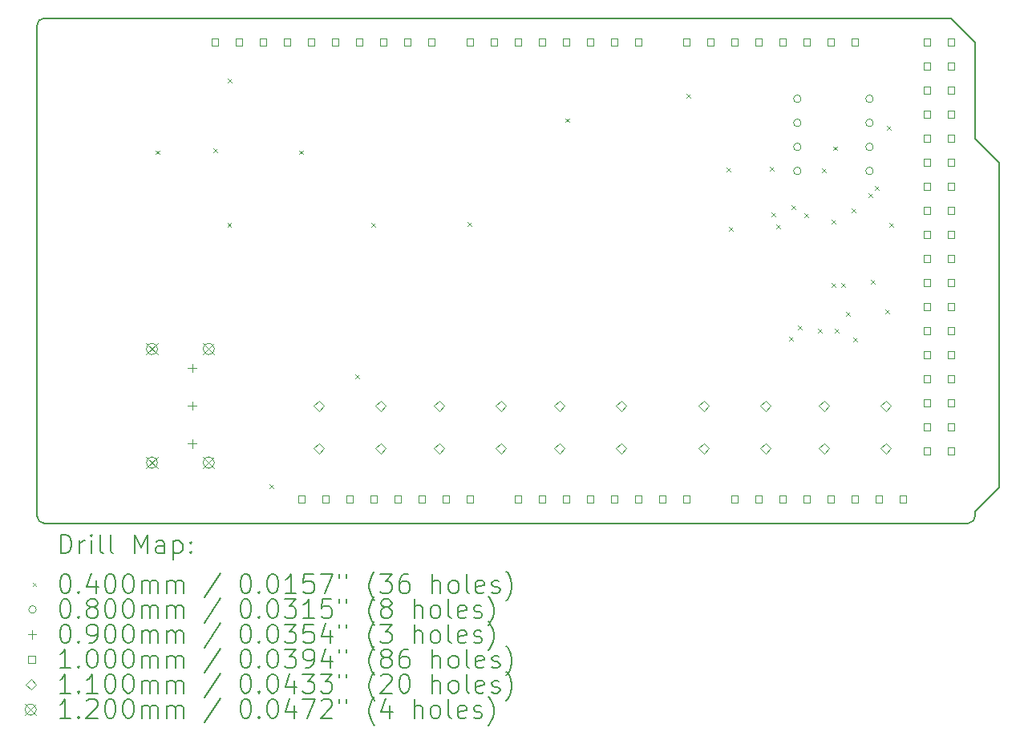
<source format=gbr>
%TF.GenerationSoftware,KiCad,Pcbnew,(6.0.7)*%
%TF.CreationDate,2022-10-21T14:37:02-04:00*%
%TF.ProjectId,dmgc-attiny-arduino-mega,646d6763-2d61-4747-9469-6e792d617264,rev?*%
%TF.SameCoordinates,Original*%
%TF.FileFunction,Drillmap*%
%TF.FilePolarity,Positive*%
%FSLAX45Y45*%
G04 Gerber Fmt 4.5, Leading zero omitted, Abs format (unit mm)*
G04 Created by KiCad (PCBNEW (6.0.7)) date 2022-10-21 14:37:02*
%MOMM*%
%LPD*%
G01*
G04 APERTURE LIST*
%ADD10C,0.150000*%
%ADD11C,0.200000*%
%ADD12C,0.040000*%
%ADD13C,0.080000*%
%ADD14C,0.090000*%
%ADD15C,0.100000*%
%ADD16C,0.110000*%
%ADD17C,0.120000*%
G04 APERTURE END LIST*
D10*
X19906000Y-5936000D02*
X20160000Y-6190000D01*
X10000000Y-9923800D02*
X10000000Y-4742200D01*
X20160000Y-6190000D02*
X20160000Y-9619000D01*
X19829800Y-10000000D02*
X10076200Y-10000000D01*
X10076200Y-4666000D02*
X19652000Y-4666000D01*
X10000000Y-9923800D02*
G75*
G03*
X10076200Y-10000000I76200J0D01*
G01*
X20160000Y-9619000D02*
X19906000Y-9873000D01*
X19652000Y-4666000D02*
X19906000Y-4920000D01*
X19829800Y-10000000D02*
G75*
G03*
X19906000Y-9923800I0J76200D01*
G01*
X19906000Y-4920000D02*
X19906000Y-5936000D01*
X19906000Y-9873000D02*
X19906000Y-9923800D01*
X10076200Y-4666000D02*
G75*
G03*
X10000000Y-4742200I0J-76200D01*
G01*
D11*
D12*
X11251176Y-6063142D02*
X11291176Y-6103142D01*
X11291176Y-6063142D02*
X11251176Y-6103142D01*
X11859600Y-6043000D02*
X11899600Y-6083000D01*
X11899600Y-6043000D02*
X11859600Y-6083000D01*
X12009754Y-6829480D02*
X12049754Y-6869480D01*
X12049754Y-6829480D02*
X12009754Y-6869480D01*
X12011694Y-5302624D02*
X12051694Y-5342624D01*
X12051694Y-5302624D02*
X12011694Y-5342624D01*
X12456500Y-9586300D02*
X12496500Y-9626300D01*
X12496500Y-9586300D02*
X12456500Y-9626300D01*
X12770272Y-6063142D02*
X12810272Y-6103142D01*
X12810272Y-6063142D02*
X12770272Y-6103142D01*
X13358200Y-8430600D02*
X13398200Y-8470600D01*
X13398200Y-8430600D02*
X13358200Y-8470600D01*
X13528850Y-6831420D02*
X13568850Y-6871420D01*
X13568850Y-6831420D02*
X13528850Y-6871420D01*
X14547401Y-6821720D02*
X14587401Y-6861720D01*
X14587401Y-6821720D02*
X14547401Y-6861720D01*
X15577593Y-5723625D02*
X15617593Y-5763625D01*
X15617593Y-5723625D02*
X15577593Y-5763625D01*
X16858057Y-5463652D02*
X16898057Y-5503652D01*
X16898057Y-5463652D02*
X16858057Y-5503652D01*
X17282500Y-6246200D02*
X17322500Y-6286200D01*
X17322500Y-6246200D02*
X17282500Y-6286200D01*
X17307900Y-6868500D02*
X17347900Y-6908500D01*
X17347900Y-6868500D02*
X17307900Y-6908500D01*
X17739700Y-6233500D02*
X17779700Y-6273500D01*
X17779700Y-6233500D02*
X17739700Y-6273500D01*
X17752400Y-6716100D02*
X17792400Y-6756100D01*
X17792400Y-6716100D02*
X17752400Y-6756100D01*
X17803200Y-6843100D02*
X17843200Y-6883100D01*
X17843200Y-6843100D02*
X17803200Y-6883100D01*
X17939200Y-8033200D02*
X17979200Y-8073200D01*
X17979200Y-8033200D02*
X17939200Y-8073200D01*
X17968300Y-6639900D02*
X18008300Y-6679900D01*
X18008300Y-6639900D02*
X17968300Y-6679900D01*
X18031800Y-7909900D02*
X18071800Y-7949900D01*
X18071800Y-7909900D02*
X18031800Y-7949900D01*
X18105050Y-6728800D02*
X18145050Y-6768800D01*
X18145050Y-6728800D02*
X18105050Y-6768800D01*
X18247700Y-7948000D02*
X18287700Y-7988000D01*
X18287700Y-7948000D02*
X18247700Y-7988000D01*
X18289320Y-6255380D02*
X18329320Y-6295380D01*
X18329320Y-6255380D02*
X18289320Y-6295380D01*
X18387546Y-6792300D02*
X18427546Y-6832300D01*
X18427546Y-6792300D02*
X18387546Y-6832300D01*
X18390439Y-7464241D02*
X18430439Y-7504241D01*
X18430439Y-7464241D02*
X18390439Y-7504241D01*
X18405697Y-6020897D02*
X18445697Y-6060897D01*
X18445697Y-6020897D02*
X18405697Y-6060897D01*
X18425500Y-7948000D02*
X18465500Y-7988000D01*
X18465500Y-7948000D02*
X18425500Y-7988000D01*
X18489000Y-7462850D02*
X18529000Y-7502850D01*
X18529000Y-7462850D02*
X18489000Y-7502850D01*
X18539800Y-7770200D02*
X18579800Y-7810200D01*
X18579800Y-7770200D02*
X18539800Y-7810200D01*
X18603300Y-6678000D02*
X18643300Y-6718000D01*
X18643300Y-6678000D02*
X18603300Y-6718000D01*
X18616000Y-8036900D02*
X18656000Y-8076900D01*
X18656000Y-8036900D02*
X18616000Y-8076900D01*
X18782150Y-6512900D02*
X18822150Y-6552900D01*
X18822150Y-6512900D02*
X18782150Y-6552900D01*
X18806500Y-7427300D02*
X18846500Y-7467300D01*
X18846500Y-7427300D02*
X18806500Y-7467300D01*
X18844600Y-6436700D02*
X18884600Y-6476700D01*
X18884600Y-6436700D02*
X18844600Y-6476700D01*
X18958900Y-7744800D02*
X18998900Y-7784800D01*
X18998900Y-7744800D02*
X18958900Y-7784800D01*
X18971600Y-5801700D02*
X19011600Y-5841700D01*
X19011600Y-5801700D02*
X18971600Y-5841700D01*
X18997000Y-6830400D02*
X19037000Y-6870400D01*
X19037000Y-6830400D02*
X18997000Y-6870400D01*
D13*
X18067400Y-5517900D02*
G75*
G03*
X18067400Y-5517900I-40000J0D01*
G01*
X18067400Y-5771900D02*
G75*
G03*
X18067400Y-5771900I-40000J0D01*
G01*
X18067400Y-6025900D02*
G75*
G03*
X18067400Y-6025900I-40000J0D01*
G01*
X18067400Y-6279900D02*
G75*
G03*
X18067400Y-6279900I-40000J0D01*
G01*
X18829400Y-5517900D02*
G75*
G03*
X18829400Y-5517900I-40000J0D01*
G01*
X18829400Y-5771900D02*
G75*
G03*
X18829400Y-5771900I-40000J0D01*
G01*
X18829400Y-6025900D02*
G75*
G03*
X18829400Y-6025900I-40000J0D01*
G01*
X18829400Y-6279900D02*
G75*
G03*
X18829400Y-6279900I-40000J0D01*
G01*
D14*
X11638150Y-8314650D02*
X11638150Y-8404650D01*
X11593150Y-8359650D02*
X11683150Y-8359650D01*
X11638150Y-8714650D02*
X11638150Y-8804650D01*
X11593150Y-8759650D02*
X11683150Y-8759650D01*
X11638150Y-9114650D02*
X11638150Y-9204650D01*
X11593150Y-9159650D02*
X11683150Y-9159650D01*
D15*
X11914956Y-4955356D02*
X11914956Y-4884644D01*
X11844244Y-4884644D01*
X11844244Y-4955356D01*
X11914956Y-4955356D01*
X12168956Y-4955356D02*
X12168956Y-4884644D01*
X12098244Y-4884644D01*
X12098244Y-4955356D01*
X12168956Y-4955356D01*
X12422956Y-4955356D02*
X12422956Y-4884644D01*
X12352244Y-4884644D01*
X12352244Y-4955356D01*
X12422956Y-4955356D01*
X12676956Y-4955356D02*
X12676956Y-4884644D01*
X12606244Y-4884644D01*
X12606244Y-4955356D01*
X12676956Y-4955356D01*
X12829356Y-9781356D02*
X12829356Y-9710644D01*
X12758644Y-9710644D01*
X12758644Y-9781356D01*
X12829356Y-9781356D01*
X12930956Y-4955356D02*
X12930956Y-4884644D01*
X12860244Y-4884644D01*
X12860244Y-4955356D01*
X12930956Y-4955356D01*
X13083356Y-9781356D02*
X13083356Y-9710644D01*
X13012644Y-9710644D01*
X13012644Y-9781356D01*
X13083356Y-9781356D01*
X13184956Y-4955356D02*
X13184956Y-4884644D01*
X13114244Y-4884644D01*
X13114244Y-4955356D01*
X13184956Y-4955356D01*
X13337356Y-9781356D02*
X13337356Y-9710644D01*
X13266644Y-9710644D01*
X13266644Y-9781356D01*
X13337356Y-9781356D01*
X13438956Y-4955356D02*
X13438956Y-4884644D01*
X13368244Y-4884644D01*
X13368244Y-4955356D01*
X13438956Y-4955356D01*
X13591356Y-9781356D02*
X13591356Y-9710644D01*
X13520644Y-9710644D01*
X13520644Y-9781356D01*
X13591356Y-9781356D01*
X13692956Y-4955356D02*
X13692956Y-4884644D01*
X13622244Y-4884644D01*
X13622244Y-4955356D01*
X13692956Y-4955356D01*
X13845356Y-9781356D02*
X13845356Y-9710644D01*
X13774644Y-9710644D01*
X13774644Y-9781356D01*
X13845356Y-9781356D01*
X13946956Y-4955356D02*
X13946956Y-4884644D01*
X13876244Y-4884644D01*
X13876244Y-4955356D01*
X13946956Y-4955356D01*
X14099356Y-9781356D02*
X14099356Y-9710644D01*
X14028644Y-9710644D01*
X14028644Y-9781356D01*
X14099356Y-9781356D01*
X14200956Y-4955356D02*
X14200956Y-4884644D01*
X14130244Y-4884644D01*
X14130244Y-4955356D01*
X14200956Y-4955356D01*
X14353356Y-9781356D02*
X14353356Y-9710644D01*
X14282644Y-9710644D01*
X14282644Y-9781356D01*
X14353356Y-9781356D01*
X14607356Y-4955356D02*
X14607356Y-4884644D01*
X14536644Y-4884644D01*
X14536644Y-4955356D01*
X14607356Y-4955356D01*
X14607356Y-9781356D02*
X14607356Y-9710644D01*
X14536644Y-9710644D01*
X14536644Y-9781356D01*
X14607356Y-9781356D01*
X14861356Y-4955356D02*
X14861356Y-4884644D01*
X14790644Y-4884644D01*
X14790644Y-4955356D01*
X14861356Y-4955356D01*
X15115356Y-4955356D02*
X15115356Y-4884644D01*
X15044644Y-4884644D01*
X15044644Y-4955356D01*
X15115356Y-4955356D01*
X15115356Y-9781356D02*
X15115356Y-9710644D01*
X15044644Y-9710644D01*
X15044644Y-9781356D01*
X15115356Y-9781356D01*
X15369356Y-4955356D02*
X15369356Y-4884644D01*
X15298644Y-4884644D01*
X15298644Y-4955356D01*
X15369356Y-4955356D01*
X15369356Y-9781356D02*
X15369356Y-9710644D01*
X15298644Y-9710644D01*
X15298644Y-9781356D01*
X15369356Y-9781356D01*
X15623356Y-4955356D02*
X15623356Y-4884644D01*
X15552644Y-4884644D01*
X15552644Y-4955356D01*
X15623356Y-4955356D01*
X15623356Y-9781356D02*
X15623356Y-9710644D01*
X15552644Y-9710644D01*
X15552644Y-9781356D01*
X15623356Y-9781356D01*
X15877356Y-4955356D02*
X15877356Y-4884644D01*
X15806644Y-4884644D01*
X15806644Y-4955356D01*
X15877356Y-4955356D01*
X15877356Y-9781356D02*
X15877356Y-9710644D01*
X15806644Y-9710644D01*
X15806644Y-9781356D01*
X15877356Y-9781356D01*
X16131356Y-4955356D02*
X16131356Y-4884644D01*
X16060644Y-4884644D01*
X16060644Y-4955356D01*
X16131356Y-4955356D01*
X16131356Y-9781356D02*
X16131356Y-9710644D01*
X16060644Y-9710644D01*
X16060644Y-9781356D01*
X16131356Y-9781356D01*
X16385356Y-4955356D02*
X16385356Y-4884644D01*
X16314644Y-4884644D01*
X16314644Y-4955356D01*
X16385356Y-4955356D01*
X16385356Y-9781356D02*
X16385356Y-9710644D01*
X16314644Y-9710644D01*
X16314644Y-9781356D01*
X16385356Y-9781356D01*
X16639356Y-9781356D02*
X16639356Y-9710644D01*
X16568644Y-9710644D01*
X16568644Y-9781356D01*
X16639356Y-9781356D01*
X16893356Y-4955356D02*
X16893356Y-4884644D01*
X16822644Y-4884644D01*
X16822644Y-4955356D01*
X16893356Y-4955356D01*
X16893356Y-9781356D02*
X16893356Y-9710644D01*
X16822644Y-9710644D01*
X16822644Y-9781356D01*
X16893356Y-9781356D01*
X17147356Y-4955356D02*
X17147356Y-4884644D01*
X17076644Y-4884644D01*
X17076644Y-4955356D01*
X17147356Y-4955356D01*
X17401356Y-4955356D02*
X17401356Y-4884644D01*
X17330644Y-4884644D01*
X17330644Y-4955356D01*
X17401356Y-4955356D01*
X17401356Y-9781356D02*
X17401356Y-9710644D01*
X17330644Y-9710644D01*
X17330644Y-9781356D01*
X17401356Y-9781356D01*
X17655356Y-4955356D02*
X17655356Y-4884644D01*
X17584644Y-4884644D01*
X17584644Y-4955356D01*
X17655356Y-4955356D01*
X17655356Y-9781356D02*
X17655356Y-9710644D01*
X17584644Y-9710644D01*
X17584644Y-9781356D01*
X17655356Y-9781356D01*
X17909356Y-4955356D02*
X17909356Y-4884644D01*
X17838644Y-4884644D01*
X17838644Y-4955356D01*
X17909356Y-4955356D01*
X17909356Y-9781356D02*
X17909356Y-9710644D01*
X17838644Y-9710644D01*
X17838644Y-9781356D01*
X17909356Y-9781356D01*
X18163356Y-4955356D02*
X18163356Y-4884644D01*
X18092644Y-4884644D01*
X18092644Y-4955356D01*
X18163356Y-4955356D01*
X18163356Y-9781356D02*
X18163356Y-9710644D01*
X18092644Y-9710644D01*
X18092644Y-9781356D01*
X18163356Y-9781356D01*
X18417356Y-4955356D02*
X18417356Y-4884644D01*
X18346644Y-4884644D01*
X18346644Y-4955356D01*
X18417356Y-4955356D01*
X18417356Y-9781356D02*
X18417356Y-9710644D01*
X18346644Y-9710644D01*
X18346644Y-9781356D01*
X18417356Y-9781356D01*
X18671356Y-4955356D02*
X18671356Y-4884644D01*
X18600644Y-4884644D01*
X18600644Y-4955356D01*
X18671356Y-4955356D01*
X18671356Y-9781356D02*
X18671356Y-9710644D01*
X18600644Y-9710644D01*
X18600644Y-9781356D01*
X18671356Y-9781356D01*
X18925356Y-9781356D02*
X18925356Y-9710644D01*
X18854644Y-9710644D01*
X18854644Y-9781356D01*
X18925356Y-9781356D01*
X19179356Y-9781356D02*
X19179356Y-9710644D01*
X19108644Y-9710644D01*
X19108644Y-9781356D01*
X19179356Y-9781356D01*
X19433356Y-4955356D02*
X19433356Y-4884644D01*
X19362644Y-4884644D01*
X19362644Y-4955356D01*
X19433356Y-4955356D01*
X19433356Y-5209356D02*
X19433356Y-5138644D01*
X19362644Y-5138644D01*
X19362644Y-5209356D01*
X19433356Y-5209356D01*
X19433356Y-5463356D02*
X19433356Y-5392644D01*
X19362644Y-5392644D01*
X19362644Y-5463356D01*
X19433356Y-5463356D01*
X19433356Y-5717356D02*
X19433356Y-5646644D01*
X19362644Y-5646644D01*
X19362644Y-5717356D01*
X19433356Y-5717356D01*
X19433356Y-5971356D02*
X19433356Y-5900644D01*
X19362644Y-5900644D01*
X19362644Y-5971356D01*
X19433356Y-5971356D01*
X19433356Y-6225356D02*
X19433356Y-6154644D01*
X19362644Y-6154644D01*
X19362644Y-6225356D01*
X19433356Y-6225356D01*
X19433356Y-6479356D02*
X19433356Y-6408644D01*
X19362644Y-6408644D01*
X19362644Y-6479356D01*
X19433356Y-6479356D01*
X19433356Y-6733356D02*
X19433356Y-6662644D01*
X19362644Y-6662644D01*
X19362644Y-6733356D01*
X19433356Y-6733356D01*
X19433356Y-6987356D02*
X19433356Y-6916644D01*
X19362644Y-6916644D01*
X19362644Y-6987356D01*
X19433356Y-6987356D01*
X19433356Y-7241356D02*
X19433356Y-7170644D01*
X19362644Y-7170644D01*
X19362644Y-7241356D01*
X19433356Y-7241356D01*
X19433356Y-7495356D02*
X19433356Y-7424644D01*
X19362644Y-7424644D01*
X19362644Y-7495356D01*
X19433356Y-7495356D01*
X19433356Y-7749356D02*
X19433356Y-7678644D01*
X19362644Y-7678644D01*
X19362644Y-7749356D01*
X19433356Y-7749356D01*
X19433356Y-8003356D02*
X19433356Y-7932644D01*
X19362644Y-7932644D01*
X19362644Y-8003356D01*
X19433356Y-8003356D01*
X19433356Y-8257356D02*
X19433356Y-8186644D01*
X19362644Y-8186644D01*
X19362644Y-8257356D01*
X19433356Y-8257356D01*
X19433356Y-8511356D02*
X19433356Y-8440644D01*
X19362644Y-8440644D01*
X19362644Y-8511356D01*
X19433356Y-8511356D01*
X19433356Y-8765356D02*
X19433356Y-8694644D01*
X19362644Y-8694644D01*
X19362644Y-8765356D01*
X19433356Y-8765356D01*
X19433356Y-9019356D02*
X19433356Y-8948644D01*
X19362644Y-8948644D01*
X19362644Y-9019356D01*
X19433356Y-9019356D01*
X19433356Y-9273356D02*
X19433356Y-9202644D01*
X19362644Y-9202644D01*
X19362644Y-9273356D01*
X19433356Y-9273356D01*
X19687356Y-4955356D02*
X19687356Y-4884644D01*
X19616644Y-4884644D01*
X19616644Y-4955356D01*
X19687356Y-4955356D01*
X19687356Y-5209356D02*
X19687356Y-5138644D01*
X19616644Y-5138644D01*
X19616644Y-5209356D01*
X19687356Y-5209356D01*
X19687356Y-5463356D02*
X19687356Y-5392644D01*
X19616644Y-5392644D01*
X19616644Y-5463356D01*
X19687356Y-5463356D01*
X19687356Y-5717356D02*
X19687356Y-5646644D01*
X19616644Y-5646644D01*
X19616644Y-5717356D01*
X19687356Y-5717356D01*
X19687356Y-5971356D02*
X19687356Y-5900644D01*
X19616644Y-5900644D01*
X19616644Y-5971356D01*
X19687356Y-5971356D01*
X19687356Y-6225356D02*
X19687356Y-6154644D01*
X19616644Y-6154644D01*
X19616644Y-6225356D01*
X19687356Y-6225356D01*
X19687356Y-6479356D02*
X19687356Y-6408644D01*
X19616644Y-6408644D01*
X19616644Y-6479356D01*
X19687356Y-6479356D01*
X19687356Y-6733356D02*
X19687356Y-6662644D01*
X19616644Y-6662644D01*
X19616644Y-6733356D01*
X19687356Y-6733356D01*
X19687356Y-6987356D02*
X19687356Y-6916644D01*
X19616644Y-6916644D01*
X19616644Y-6987356D01*
X19687356Y-6987356D01*
X19687356Y-7241356D02*
X19687356Y-7170644D01*
X19616644Y-7170644D01*
X19616644Y-7241356D01*
X19687356Y-7241356D01*
X19687356Y-7495356D02*
X19687356Y-7424644D01*
X19616644Y-7424644D01*
X19616644Y-7495356D01*
X19687356Y-7495356D01*
X19687356Y-7749356D02*
X19687356Y-7678644D01*
X19616644Y-7678644D01*
X19616644Y-7749356D01*
X19687356Y-7749356D01*
X19687356Y-8003356D02*
X19687356Y-7932644D01*
X19616644Y-7932644D01*
X19616644Y-8003356D01*
X19687356Y-8003356D01*
X19687356Y-8257356D02*
X19687356Y-8186644D01*
X19616644Y-8186644D01*
X19616644Y-8257356D01*
X19687356Y-8257356D01*
X19687356Y-8511356D02*
X19687356Y-8440644D01*
X19616644Y-8440644D01*
X19616644Y-8511356D01*
X19687356Y-8511356D01*
X19687356Y-8765356D02*
X19687356Y-8694644D01*
X19616644Y-8694644D01*
X19616644Y-8765356D01*
X19687356Y-8765356D01*
X19687356Y-9019356D02*
X19687356Y-8948644D01*
X19616644Y-8948644D01*
X19616644Y-9019356D01*
X19687356Y-9019356D01*
X19687356Y-9273356D02*
X19687356Y-9202644D01*
X19616644Y-9202644D01*
X19616644Y-9273356D01*
X19687356Y-9273356D01*
D16*
X12977000Y-8814000D02*
X13032000Y-8759000D01*
X12977000Y-8704000D01*
X12922000Y-8759000D01*
X12977000Y-8814000D01*
X12977000Y-9264000D02*
X13032000Y-9209000D01*
X12977000Y-9154000D01*
X12922000Y-9209000D01*
X12977000Y-9264000D01*
X13627000Y-8814000D02*
X13682000Y-8759000D01*
X13627000Y-8704000D01*
X13572000Y-8759000D01*
X13627000Y-8814000D01*
X13627000Y-9264000D02*
X13682000Y-9209000D01*
X13627000Y-9154000D01*
X13572000Y-9209000D01*
X13627000Y-9264000D01*
X14247000Y-8814000D02*
X14302000Y-8759000D01*
X14247000Y-8704000D01*
X14192000Y-8759000D01*
X14247000Y-8814000D01*
X14247000Y-9264000D02*
X14302000Y-9209000D01*
X14247000Y-9154000D01*
X14192000Y-9209000D01*
X14247000Y-9264000D01*
X14897000Y-8814000D02*
X14952000Y-8759000D01*
X14897000Y-8704000D01*
X14842000Y-8759000D01*
X14897000Y-8814000D01*
X14897000Y-9264000D02*
X14952000Y-9209000D01*
X14897000Y-9154000D01*
X14842000Y-9209000D01*
X14897000Y-9264000D01*
X15517000Y-8814000D02*
X15572000Y-8759000D01*
X15517000Y-8704000D01*
X15462000Y-8759000D01*
X15517000Y-8814000D01*
X15517000Y-9264000D02*
X15572000Y-9209000D01*
X15517000Y-9154000D01*
X15462000Y-9209000D01*
X15517000Y-9264000D01*
X16167000Y-8814000D02*
X16222000Y-8759000D01*
X16167000Y-8704000D01*
X16112000Y-8759000D01*
X16167000Y-8814000D01*
X16167000Y-9264000D02*
X16222000Y-9209000D01*
X16167000Y-9154000D01*
X16112000Y-9209000D01*
X16167000Y-9264000D01*
X17041000Y-8814000D02*
X17096000Y-8759000D01*
X17041000Y-8704000D01*
X16986000Y-8759000D01*
X17041000Y-8814000D01*
X17041000Y-9264000D02*
X17096000Y-9209000D01*
X17041000Y-9154000D01*
X16986000Y-9209000D01*
X17041000Y-9264000D01*
X17691000Y-8814000D02*
X17746000Y-8759000D01*
X17691000Y-8704000D01*
X17636000Y-8759000D01*
X17691000Y-8814000D01*
X17691000Y-9264000D02*
X17746000Y-9209000D01*
X17691000Y-9154000D01*
X17636000Y-9209000D01*
X17691000Y-9264000D01*
X18311000Y-8814000D02*
X18366000Y-8759000D01*
X18311000Y-8704000D01*
X18256000Y-8759000D01*
X18311000Y-8814000D01*
X18311000Y-9264000D02*
X18366000Y-9209000D01*
X18311000Y-9154000D01*
X18256000Y-9209000D01*
X18311000Y-9264000D01*
X18961000Y-8814000D02*
X19016000Y-8759000D01*
X18961000Y-8704000D01*
X18906000Y-8759000D01*
X18961000Y-8814000D01*
X18961000Y-9264000D02*
X19016000Y-9209000D01*
X18961000Y-9154000D01*
X18906000Y-9209000D01*
X18961000Y-9264000D01*
D17*
X11153150Y-8099650D02*
X11273150Y-8219650D01*
X11273150Y-8099650D02*
X11153150Y-8219650D01*
X11273150Y-8159650D02*
G75*
G03*
X11273150Y-8159650I-60000J0D01*
G01*
X11153150Y-9299650D02*
X11273150Y-9419650D01*
X11273150Y-9299650D02*
X11153150Y-9419650D01*
X11273150Y-9359650D02*
G75*
G03*
X11273150Y-9359650I-60000J0D01*
G01*
X11753150Y-8099650D02*
X11873150Y-8219650D01*
X11873150Y-8099650D02*
X11753150Y-8219650D01*
X11873150Y-8159650D02*
G75*
G03*
X11873150Y-8159650I-60000J0D01*
G01*
X11753150Y-9299650D02*
X11873150Y-9419650D01*
X11873150Y-9299650D02*
X11753150Y-9419650D01*
X11873150Y-9359650D02*
G75*
G03*
X11873150Y-9359650I-60000J0D01*
G01*
D11*
X10250119Y-10317976D02*
X10250119Y-10117976D01*
X10297738Y-10117976D01*
X10326310Y-10127500D01*
X10345357Y-10146548D01*
X10354881Y-10165595D01*
X10364405Y-10203690D01*
X10364405Y-10232262D01*
X10354881Y-10270357D01*
X10345357Y-10289405D01*
X10326310Y-10308452D01*
X10297738Y-10317976D01*
X10250119Y-10317976D01*
X10450119Y-10317976D02*
X10450119Y-10184643D01*
X10450119Y-10222738D02*
X10459643Y-10203690D01*
X10469167Y-10194167D01*
X10488214Y-10184643D01*
X10507262Y-10184643D01*
X10573929Y-10317976D02*
X10573929Y-10184643D01*
X10573929Y-10117976D02*
X10564405Y-10127500D01*
X10573929Y-10137024D01*
X10583452Y-10127500D01*
X10573929Y-10117976D01*
X10573929Y-10137024D01*
X10697738Y-10317976D02*
X10678690Y-10308452D01*
X10669167Y-10289405D01*
X10669167Y-10117976D01*
X10802500Y-10317976D02*
X10783452Y-10308452D01*
X10773929Y-10289405D01*
X10773929Y-10117976D01*
X11031071Y-10317976D02*
X11031071Y-10117976D01*
X11097738Y-10260833D01*
X11164405Y-10117976D01*
X11164405Y-10317976D01*
X11345357Y-10317976D02*
X11345357Y-10213214D01*
X11335833Y-10194167D01*
X11316786Y-10184643D01*
X11278690Y-10184643D01*
X11259643Y-10194167D01*
X11345357Y-10308452D02*
X11326309Y-10317976D01*
X11278690Y-10317976D01*
X11259643Y-10308452D01*
X11250119Y-10289405D01*
X11250119Y-10270357D01*
X11259643Y-10251310D01*
X11278690Y-10241786D01*
X11326309Y-10241786D01*
X11345357Y-10232262D01*
X11440595Y-10184643D02*
X11440595Y-10384643D01*
X11440595Y-10194167D02*
X11459643Y-10184643D01*
X11497738Y-10184643D01*
X11516786Y-10194167D01*
X11526309Y-10203690D01*
X11535833Y-10222738D01*
X11535833Y-10279881D01*
X11526309Y-10298929D01*
X11516786Y-10308452D01*
X11497738Y-10317976D01*
X11459643Y-10317976D01*
X11440595Y-10308452D01*
X11621548Y-10298929D02*
X11631071Y-10308452D01*
X11621548Y-10317976D01*
X11612024Y-10308452D01*
X11621548Y-10298929D01*
X11621548Y-10317976D01*
X11621548Y-10194167D02*
X11631071Y-10203690D01*
X11621548Y-10213214D01*
X11612024Y-10203690D01*
X11621548Y-10194167D01*
X11621548Y-10213214D01*
D12*
X9952500Y-10627500D02*
X9992500Y-10667500D01*
X9992500Y-10627500D02*
X9952500Y-10667500D01*
D11*
X10288214Y-10537976D02*
X10307262Y-10537976D01*
X10326310Y-10547500D01*
X10335833Y-10557024D01*
X10345357Y-10576071D01*
X10354881Y-10614167D01*
X10354881Y-10661786D01*
X10345357Y-10699881D01*
X10335833Y-10718929D01*
X10326310Y-10728452D01*
X10307262Y-10737976D01*
X10288214Y-10737976D01*
X10269167Y-10728452D01*
X10259643Y-10718929D01*
X10250119Y-10699881D01*
X10240595Y-10661786D01*
X10240595Y-10614167D01*
X10250119Y-10576071D01*
X10259643Y-10557024D01*
X10269167Y-10547500D01*
X10288214Y-10537976D01*
X10440595Y-10718929D02*
X10450119Y-10728452D01*
X10440595Y-10737976D01*
X10431071Y-10728452D01*
X10440595Y-10718929D01*
X10440595Y-10737976D01*
X10621548Y-10604643D02*
X10621548Y-10737976D01*
X10573929Y-10528452D02*
X10526310Y-10671310D01*
X10650119Y-10671310D01*
X10764405Y-10537976D02*
X10783452Y-10537976D01*
X10802500Y-10547500D01*
X10812024Y-10557024D01*
X10821548Y-10576071D01*
X10831071Y-10614167D01*
X10831071Y-10661786D01*
X10821548Y-10699881D01*
X10812024Y-10718929D01*
X10802500Y-10728452D01*
X10783452Y-10737976D01*
X10764405Y-10737976D01*
X10745357Y-10728452D01*
X10735833Y-10718929D01*
X10726310Y-10699881D01*
X10716786Y-10661786D01*
X10716786Y-10614167D01*
X10726310Y-10576071D01*
X10735833Y-10557024D01*
X10745357Y-10547500D01*
X10764405Y-10537976D01*
X10954881Y-10537976D02*
X10973929Y-10537976D01*
X10992976Y-10547500D01*
X11002500Y-10557024D01*
X11012024Y-10576071D01*
X11021548Y-10614167D01*
X11021548Y-10661786D01*
X11012024Y-10699881D01*
X11002500Y-10718929D01*
X10992976Y-10728452D01*
X10973929Y-10737976D01*
X10954881Y-10737976D01*
X10935833Y-10728452D01*
X10926310Y-10718929D01*
X10916786Y-10699881D01*
X10907262Y-10661786D01*
X10907262Y-10614167D01*
X10916786Y-10576071D01*
X10926310Y-10557024D01*
X10935833Y-10547500D01*
X10954881Y-10537976D01*
X11107262Y-10737976D02*
X11107262Y-10604643D01*
X11107262Y-10623690D02*
X11116786Y-10614167D01*
X11135833Y-10604643D01*
X11164405Y-10604643D01*
X11183452Y-10614167D01*
X11192976Y-10633214D01*
X11192976Y-10737976D01*
X11192976Y-10633214D02*
X11202500Y-10614167D01*
X11221548Y-10604643D01*
X11250119Y-10604643D01*
X11269167Y-10614167D01*
X11278690Y-10633214D01*
X11278690Y-10737976D01*
X11373928Y-10737976D02*
X11373928Y-10604643D01*
X11373928Y-10623690D02*
X11383452Y-10614167D01*
X11402500Y-10604643D01*
X11431071Y-10604643D01*
X11450119Y-10614167D01*
X11459643Y-10633214D01*
X11459643Y-10737976D01*
X11459643Y-10633214D02*
X11469167Y-10614167D01*
X11488214Y-10604643D01*
X11516786Y-10604643D01*
X11535833Y-10614167D01*
X11545357Y-10633214D01*
X11545357Y-10737976D01*
X11935833Y-10528452D02*
X11764405Y-10785595D01*
X12192976Y-10537976D02*
X12212024Y-10537976D01*
X12231071Y-10547500D01*
X12240595Y-10557024D01*
X12250119Y-10576071D01*
X12259643Y-10614167D01*
X12259643Y-10661786D01*
X12250119Y-10699881D01*
X12240595Y-10718929D01*
X12231071Y-10728452D01*
X12212024Y-10737976D01*
X12192976Y-10737976D01*
X12173928Y-10728452D01*
X12164405Y-10718929D01*
X12154881Y-10699881D01*
X12145357Y-10661786D01*
X12145357Y-10614167D01*
X12154881Y-10576071D01*
X12164405Y-10557024D01*
X12173928Y-10547500D01*
X12192976Y-10537976D01*
X12345357Y-10718929D02*
X12354881Y-10728452D01*
X12345357Y-10737976D01*
X12335833Y-10728452D01*
X12345357Y-10718929D01*
X12345357Y-10737976D01*
X12478690Y-10537976D02*
X12497738Y-10537976D01*
X12516786Y-10547500D01*
X12526309Y-10557024D01*
X12535833Y-10576071D01*
X12545357Y-10614167D01*
X12545357Y-10661786D01*
X12535833Y-10699881D01*
X12526309Y-10718929D01*
X12516786Y-10728452D01*
X12497738Y-10737976D01*
X12478690Y-10737976D01*
X12459643Y-10728452D01*
X12450119Y-10718929D01*
X12440595Y-10699881D01*
X12431071Y-10661786D01*
X12431071Y-10614167D01*
X12440595Y-10576071D01*
X12450119Y-10557024D01*
X12459643Y-10547500D01*
X12478690Y-10537976D01*
X12735833Y-10737976D02*
X12621548Y-10737976D01*
X12678690Y-10737976D02*
X12678690Y-10537976D01*
X12659643Y-10566548D01*
X12640595Y-10585595D01*
X12621548Y-10595119D01*
X12916786Y-10537976D02*
X12821548Y-10537976D01*
X12812024Y-10633214D01*
X12821548Y-10623690D01*
X12840595Y-10614167D01*
X12888214Y-10614167D01*
X12907262Y-10623690D01*
X12916786Y-10633214D01*
X12926309Y-10652262D01*
X12926309Y-10699881D01*
X12916786Y-10718929D01*
X12907262Y-10728452D01*
X12888214Y-10737976D01*
X12840595Y-10737976D01*
X12821548Y-10728452D01*
X12812024Y-10718929D01*
X12992976Y-10537976D02*
X13126309Y-10537976D01*
X13040595Y-10737976D01*
X13192976Y-10537976D02*
X13192976Y-10576071D01*
X13269167Y-10537976D02*
X13269167Y-10576071D01*
X13564405Y-10814167D02*
X13554881Y-10804643D01*
X13535833Y-10776071D01*
X13526309Y-10757024D01*
X13516786Y-10728452D01*
X13507262Y-10680833D01*
X13507262Y-10642738D01*
X13516786Y-10595119D01*
X13526309Y-10566548D01*
X13535833Y-10547500D01*
X13554881Y-10518929D01*
X13564405Y-10509405D01*
X13621548Y-10537976D02*
X13745357Y-10537976D01*
X13678690Y-10614167D01*
X13707262Y-10614167D01*
X13726309Y-10623690D01*
X13735833Y-10633214D01*
X13745357Y-10652262D01*
X13745357Y-10699881D01*
X13735833Y-10718929D01*
X13726309Y-10728452D01*
X13707262Y-10737976D01*
X13650119Y-10737976D01*
X13631071Y-10728452D01*
X13621548Y-10718929D01*
X13916786Y-10537976D02*
X13878690Y-10537976D01*
X13859643Y-10547500D01*
X13850119Y-10557024D01*
X13831071Y-10585595D01*
X13821548Y-10623690D01*
X13821548Y-10699881D01*
X13831071Y-10718929D01*
X13840595Y-10728452D01*
X13859643Y-10737976D01*
X13897738Y-10737976D01*
X13916786Y-10728452D01*
X13926309Y-10718929D01*
X13935833Y-10699881D01*
X13935833Y-10652262D01*
X13926309Y-10633214D01*
X13916786Y-10623690D01*
X13897738Y-10614167D01*
X13859643Y-10614167D01*
X13840595Y-10623690D01*
X13831071Y-10633214D01*
X13821548Y-10652262D01*
X14173928Y-10737976D02*
X14173928Y-10537976D01*
X14259643Y-10737976D02*
X14259643Y-10633214D01*
X14250119Y-10614167D01*
X14231071Y-10604643D01*
X14202500Y-10604643D01*
X14183452Y-10614167D01*
X14173928Y-10623690D01*
X14383452Y-10737976D02*
X14364405Y-10728452D01*
X14354881Y-10718929D01*
X14345357Y-10699881D01*
X14345357Y-10642738D01*
X14354881Y-10623690D01*
X14364405Y-10614167D01*
X14383452Y-10604643D01*
X14412024Y-10604643D01*
X14431071Y-10614167D01*
X14440595Y-10623690D01*
X14450119Y-10642738D01*
X14450119Y-10699881D01*
X14440595Y-10718929D01*
X14431071Y-10728452D01*
X14412024Y-10737976D01*
X14383452Y-10737976D01*
X14564405Y-10737976D02*
X14545357Y-10728452D01*
X14535833Y-10709405D01*
X14535833Y-10537976D01*
X14716786Y-10728452D02*
X14697738Y-10737976D01*
X14659643Y-10737976D01*
X14640595Y-10728452D01*
X14631071Y-10709405D01*
X14631071Y-10633214D01*
X14640595Y-10614167D01*
X14659643Y-10604643D01*
X14697738Y-10604643D01*
X14716786Y-10614167D01*
X14726309Y-10633214D01*
X14726309Y-10652262D01*
X14631071Y-10671310D01*
X14802500Y-10728452D02*
X14821548Y-10737976D01*
X14859643Y-10737976D01*
X14878690Y-10728452D01*
X14888214Y-10709405D01*
X14888214Y-10699881D01*
X14878690Y-10680833D01*
X14859643Y-10671310D01*
X14831071Y-10671310D01*
X14812024Y-10661786D01*
X14802500Y-10642738D01*
X14802500Y-10633214D01*
X14812024Y-10614167D01*
X14831071Y-10604643D01*
X14859643Y-10604643D01*
X14878690Y-10614167D01*
X14954881Y-10814167D02*
X14964405Y-10804643D01*
X14983452Y-10776071D01*
X14992976Y-10757024D01*
X15002500Y-10728452D01*
X15012024Y-10680833D01*
X15012024Y-10642738D01*
X15002500Y-10595119D01*
X14992976Y-10566548D01*
X14983452Y-10547500D01*
X14964405Y-10518929D01*
X14954881Y-10509405D01*
D13*
X9992500Y-10911500D02*
G75*
G03*
X9992500Y-10911500I-40000J0D01*
G01*
D11*
X10288214Y-10801976D02*
X10307262Y-10801976D01*
X10326310Y-10811500D01*
X10335833Y-10821024D01*
X10345357Y-10840071D01*
X10354881Y-10878167D01*
X10354881Y-10925786D01*
X10345357Y-10963881D01*
X10335833Y-10982929D01*
X10326310Y-10992452D01*
X10307262Y-11001976D01*
X10288214Y-11001976D01*
X10269167Y-10992452D01*
X10259643Y-10982929D01*
X10250119Y-10963881D01*
X10240595Y-10925786D01*
X10240595Y-10878167D01*
X10250119Y-10840071D01*
X10259643Y-10821024D01*
X10269167Y-10811500D01*
X10288214Y-10801976D01*
X10440595Y-10982929D02*
X10450119Y-10992452D01*
X10440595Y-11001976D01*
X10431071Y-10992452D01*
X10440595Y-10982929D01*
X10440595Y-11001976D01*
X10564405Y-10887690D02*
X10545357Y-10878167D01*
X10535833Y-10868643D01*
X10526310Y-10849595D01*
X10526310Y-10840071D01*
X10535833Y-10821024D01*
X10545357Y-10811500D01*
X10564405Y-10801976D01*
X10602500Y-10801976D01*
X10621548Y-10811500D01*
X10631071Y-10821024D01*
X10640595Y-10840071D01*
X10640595Y-10849595D01*
X10631071Y-10868643D01*
X10621548Y-10878167D01*
X10602500Y-10887690D01*
X10564405Y-10887690D01*
X10545357Y-10897214D01*
X10535833Y-10906738D01*
X10526310Y-10925786D01*
X10526310Y-10963881D01*
X10535833Y-10982929D01*
X10545357Y-10992452D01*
X10564405Y-11001976D01*
X10602500Y-11001976D01*
X10621548Y-10992452D01*
X10631071Y-10982929D01*
X10640595Y-10963881D01*
X10640595Y-10925786D01*
X10631071Y-10906738D01*
X10621548Y-10897214D01*
X10602500Y-10887690D01*
X10764405Y-10801976D02*
X10783452Y-10801976D01*
X10802500Y-10811500D01*
X10812024Y-10821024D01*
X10821548Y-10840071D01*
X10831071Y-10878167D01*
X10831071Y-10925786D01*
X10821548Y-10963881D01*
X10812024Y-10982929D01*
X10802500Y-10992452D01*
X10783452Y-11001976D01*
X10764405Y-11001976D01*
X10745357Y-10992452D01*
X10735833Y-10982929D01*
X10726310Y-10963881D01*
X10716786Y-10925786D01*
X10716786Y-10878167D01*
X10726310Y-10840071D01*
X10735833Y-10821024D01*
X10745357Y-10811500D01*
X10764405Y-10801976D01*
X10954881Y-10801976D02*
X10973929Y-10801976D01*
X10992976Y-10811500D01*
X11002500Y-10821024D01*
X11012024Y-10840071D01*
X11021548Y-10878167D01*
X11021548Y-10925786D01*
X11012024Y-10963881D01*
X11002500Y-10982929D01*
X10992976Y-10992452D01*
X10973929Y-11001976D01*
X10954881Y-11001976D01*
X10935833Y-10992452D01*
X10926310Y-10982929D01*
X10916786Y-10963881D01*
X10907262Y-10925786D01*
X10907262Y-10878167D01*
X10916786Y-10840071D01*
X10926310Y-10821024D01*
X10935833Y-10811500D01*
X10954881Y-10801976D01*
X11107262Y-11001976D02*
X11107262Y-10868643D01*
X11107262Y-10887690D02*
X11116786Y-10878167D01*
X11135833Y-10868643D01*
X11164405Y-10868643D01*
X11183452Y-10878167D01*
X11192976Y-10897214D01*
X11192976Y-11001976D01*
X11192976Y-10897214D02*
X11202500Y-10878167D01*
X11221548Y-10868643D01*
X11250119Y-10868643D01*
X11269167Y-10878167D01*
X11278690Y-10897214D01*
X11278690Y-11001976D01*
X11373928Y-11001976D02*
X11373928Y-10868643D01*
X11373928Y-10887690D02*
X11383452Y-10878167D01*
X11402500Y-10868643D01*
X11431071Y-10868643D01*
X11450119Y-10878167D01*
X11459643Y-10897214D01*
X11459643Y-11001976D01*
X11459643Y-10897214D02*
X11469167Y-10878167D01*
X11488214Y-10868643D01*
X11516786Y-10868643D01*
X11535833Y-10878167D01*
X11545357Y-10897214D01*
X11545357Y-11001976D01*
X11935833Y-10792452D02*
X11764405Y-11049595D01*
X12192976Y-10801976D02*
X12212024Y-10801976D01*
X12231071Y-10811500D01*
X12240595Y-10821024D01*
X12250119Y-10840071D01*
X12259643Y-10878167D01*
X12259643Y-10925786D01*
X12250119Y-10963881D01*
X12240595Y-10982929D01*
X12231071Y-10992452D01*
X12212024Y-11001976D01*
X12192976Y-11001976D01*
X12173928Y-10992452D01*
X12164405Y-10982929D01*
X12154881Y-10963881D01*
X12145357Y-10925786D01*
X12145357Y-10878167D01*
X12154881Y-10840071D01*
X12164405Y-10821024D01*
X12173928Y-10811500D01*
X12192976Y-10801976D01*
X12345357Y-10982929D02*
X12354881Y-10992452D01*
X12345357Y-11001976D01*
X12335833Y-10992452D01*
X12345357Y-10982929D01*
X12345357Y-11001976D01*
X12478690Y-10801976D02*
X12497738Y-10801976D01*
X12516786Y-10811500D01*
X12526309Y-10821024D01*
X12535833Y-10840071D01*
X12545357Y-10878167D01*
X12545357Y-10925786D01*
X12535833Y-10963881D01*
X12526309Y-10982929D01*
X12516786Y-10992452D01*
X12497738Y-11001976D01*
X12478690Y-11001976D01*
X12459643Y-10992452D01*
X12450119Y-10982929D01*
X12440595Y-10963881D01*
X12431071Y-10925786D01*
X12431071Y-10878167D01*
X12440595Y-10840071D01*
X12450119Y-10821024D01*
X12459643Y-10811500D01*
X12478690Y-10801976D01*
X12612024Y-10801976D02*
X12735833Y-10801976D01*
X12669167Y-10878167D01*
X12697738Y-10878167D01*
X12716786Y-10887690D01*
X12726309Y-10897214D01*
X12735833Y-10916262D01*
X12735833Y-10963881D01*
X12726309Y-10982929D01*
X12716786Y-10992452D01*
X12697738Y-11001976D01*
X12640595Y-11001976D01*
X12621548Y-10992452D01*
X12612024Y-10982929D01*
X12926309Y-11001976D02*
X12812024Y-11001976D01*
X12869167Y-11001976D02*
X12869167Y-10801976D01*
X12850119Y-10830548D01*
X12831071Y-10849595D01*
X12812024Y-10859119D01*
X13107262Y-10801976D02*
X13012024Y-10801976D01*
X13002500Y-10897214D01*
X13012024Y-10887690D01*
X13031071Y-10878167D01*
X13078690Y-10878167D01*
X13097738Y-10887690D01*
X13107262Y-10897214D01*
X13116786Y-10916262D01*
X13116786Y-10963881D01*
X13107262Y-10982929D01*
X13097738Y-10992452D01*
X13078690Y-11001976D01*
X13031071Y-11001976D01*
X13012024Y-10992452D01*
X13002500Y-10982929D01*
X13192976Y-10801976D02*
X13192976Y-10840071D01*
X13269167Y-10801976D02*
X13269167Y-10840071D01*
X13564405Y-11078167D02*
X13554881Y-11068643D01*
X13535833Y-11040071D01*
X13526309Y-11021024D01*
X13516786Y-10992452D01*
X13507262Y-10944833D01*
X13507262Y-10906738D01*
X13516786Y-10859119D01*
X13526309Y-10830548D01*
X13535833Y-10811500D01*
X13554881Y-10782929D01*
X13564405Y-10773405D01*
X13669167Y-10887690D02*
X13650119Y-10878167D01*
X13640595Y-10868643D01*
X13631071Y-10849595D01*
X13631071Y-10840071D01*
X13640595Y-10821024D01*
X13650119Y-10811500D01*
X13669167Y-10801976D01*
X13707262Y-10801976D01*
X13726309Y-10811500D01*
X13735833Y-10821024D01*
X13745357Y-10840071D01*
X13745357Y-10849595D01*
X13735833Y-10868643D01*
X13726309Y-10878167D01*
X13707262Y-10887690D01*
X13669167Y-10887690D01*
X13650119Y-10897214D01*
X13640595Y-10906738D01*
X13631071Y-10925786D01*
X13631071Y-10963881D01*
X13640595Y-10982929D01*
X13650119Y-10992452D01*
X13669167Y-11001976D01*
X13707262Y-11001976D01*
X13726309Y-10992452D01*
X13735833Y-10982929D01*
X13745357Y-10963881D01*
X13745357Y-10925786D01*
X13735833Y-10906738D01*
X13726309Y-10897214D01*
X13707262Y-10887690D01*
X13983452Y-11001976D02*
X13983452Y-10801976D01*
X14069167Y-11001976D02*
X14069167Y-10897214D01*
X14059643Y-10878167D01*
X14040595Y-10868643D01*
X14012024Y-10868643D01*
X13992976Y-10878167D01*
X13983452Y-10887690D01*
X14192976Y-11001976D02*
X14173928Y-10992452D01*
X14164405Y-10982929D01*
X14154881Y-10963881D01*
X14154881Y-10906738D01*
X14164405Y-10887690D01*
X14173928Y-10878167D01*
X14192976Y-10868643D01*
X14221548Y-10868643D01*
X14240595Y-10878167D01*
X14250119Y-10887690D01*
X14259643Y-10906738D01*
X14259643Y-10963881D01*
X14250119Y-10982929D01*
X14240595Y-10992452D01*
X14221548Y-11001976D01*
X14192976Y-11001976D01*
X14373928Y-11001976D02*
X14354881Y-10992452D01*
X14345357Y-10973405D01*
X14345357Y-10801976D01*
X14526309Y-10992452D02*
X14507262Y-11001976D01*
X14469167Y-11001976D01*
X14450119Y-10992452D01*
X14440595Y-10973405D01*
X14440595Y-10897214D01*
X14450119Y-10878167D01*
X14469167Y-10868643D01*
X14507262Y-10868643D01*
X14526309Y-10878167D01*
X14535833Y-10897214D01*
X14535833Y-10916262D01*
X14440595Y-10935310D01*
X14612024Y-10992452D02*
X14631071Y-11001976D01*
X14669167Y-11001976D01*
X14688214Y-10992452D01*
X14697738Y-10973405D01*
X14697738Y-10963881D01*
X14688214Y-10944833D01*
X14669167Y-10935310D01*
X14640595Y-10935310D01*
X14621548Y-10925786D01*
X14612024Y-10906738D01*
X14612024Y-10897214D01*
X14621548Y-10878167D01*
X14640595Y-10868643D01*
X14669167Y-10868643D01*
X14688214Y-10878167D01*
X14764405Y-11078167D02*
X14773928Y-11068643D01*
X14792976Y-11040071D01*
X14802500Y-11021024D01*
X14812024Y-10992452D01*
X14821548Y-10944833D01*
X14821548Y-10906738D01*
X14812024Y-10859119D01*
X14802500Y-10830548D01*
X14792976Y-10811500D01*
X14773928Y-10782929D01*
X14764405Y-10773405D01*
D14*
X9947500Y-11130500D02*
X9947500Y-11220500D01*
X9902500Y-11175500D02*
X9992500Y-11175500D01*
D11*
X10288214Y-11065976D02*
X10307262Y-11065976D01*
X10326310Y-11075500D01*
X10335833Y-11085024D01*
X10345357Y-11104071D01*
X10354881Y-11142167D01*
X10354881Y-11189786D01*
X10345357Y-11227881D01*
X10335833Y-11246928D01*
X10326310Y-11256452D01*
X10307262Y-11265976D01*
X10288214Y-11265976D01*
X10269167Y-11256452D01*
X10259643Y-11246928D01*
X10250119Y-11227881D01*
X10240595Y-11189786D01*
X10240595Y-11142167D01*
X10250119Y-11104071D01*
X10259643Y-11085024D01*
X10269167Y-11075500D01*
X10288214Y-11065976D01*
X10440595Y-11246928D02*
X10450119Y-11256452D01*
X10440595Y-11265976D01*
X10431071Y-11256452D01*
X10440595Y-11246928D01*
X10440595Y-11265976D01*
X10545357Y-11265976D02*
X10583452Y-11265976D01*
X10602500Y-11256452D01*
X10612024Y-11246928D01*
X10631071Y-11218357D01*
X10640595Y-11180262D01*
X10640595Y-11104071D01*
X10631071Y-11085024D01*
X10621548Y-11075500D01*
X10602500Y-11065976D01*
X10564405Y-11065976D01*
X10545357Y-11075500D01*
X10535833Y-11085024D01*
X10526310Y-11104071D01*
X10526310Y-11151690D01*
X10535833Y-11170738D01*
X10545357Y-11180262D01*
X10564405Y-11189786D01*
X10602500Y-11189786D01*
X10621548Y-11180262D01*
X10631071Y-11170738D01*
X10640595Y-11151690D01*
X10764405Y-11065976D02*
X10783452Y-11065976D01*
X10802500Y-11075500D01*
X10812024Y-11085024D01*
X10821548Y-11104071D01*
X10831071Y-11142167D01*
X10831071Y-11189786D01*
X10821548Y-11227881D01*
X10812024Y-11246928D01*
X10802500Y-11256452D01*
X10783452Y-11265976D01*
X10764405Y-11265976D01*
X10745357Y-11256452D01*
X10735833Y-11246928D01*
X10726310Y-11227881D01*
X10716786Y-11189786D01*
X10716786Y-11142167D01*
X10726310Y-11104071D01*
X10735833Y-11085024D01*
X10745357Y-11075500D01*
X10764405Y-11065976D01*
X10954881Y-11065976D02*
X10973929Y-11065976D01*
X10992976Y-11075500D01*
X11002500Y-11085024D01*
X11012024Y-11104071D01*
X11021548Y-11142167D01*
X11021548Y-11189786D01*
X11012024Y-11227881D01*
X11002500Y-11246928D01*
X10992976Y-11256452D01*
X10973929Y-11265976D01*
X10954881Y-11265976D01*
X10935833Y-11256452D01*
X10926310Y-11246928D01*
X10916786Y-11227881D01*
X10907262Y-11189786D01*
X10907262Y-11142167D01*
X10916786Y-11104071D01*
X10926310Y-11085024D01*
X10935833Y-11075500D01*
X10954881Y-11065976D01*
X11107262Y-11265976D02*
X11107262Y-11132643D01*
X11107262Y-11151690D02*
X11116786Y-11142167D01*
X11135833Y-11132643D01*
X11164405Y-11132643D01*
X11183452Y-11142167D01*
X11192976Y-11161214D01*
X11192976Y-11265976D01*
X11192976Y-11161214D02*
X11202500Y-11142167D01*
X11221548Y-11132643D01*
X11250119Y-11132643D01*
X11269167Y-11142167D01*
X11278690Y-11161214D01*
X11278690Y-11265976D01*
X11373928Y-11265976D02*
X11373928Y-11132643D01*
X11373928Y-11151690D02*
X11383452Y-11142167D01*
X11402500Y-11132643D01*
X11431071Y-11132643D01*
X11450119Y-11142167D01*
X11459643Y-11161214D01*
X11459643Y-11265976D01*
X11459643Y-11161214D02*
X11469167Y-11142167D01*
X11488214Y-11132643D01*
X11516786Y-11132643D01*
X11535833Y-11142167D01*
X11545357Y-11161214D01*
X11545357Y-11265976D01*
X11935833Y-11056452D02*
X11764405Y-11313595D01*
X12192976Y-11065976D02*
X12212024Y-11065976D01*
X12231071Y-11075500D01*
X12240595Y-11085024D01*
X12250119Y-11104071D01*
X12259643Y-11142167D01*
X12259643Y-11189786D01*
X12250119Y-11227881D01*
X12240595Y-11246928D01*
X12231071Y-11256452D01*
X12212024Y-11265976D01*
X12192976Y-11265976D01*
X12173928Y-11256452D01*
X12164405Y-11246928D01*
X12154881Y-11227881D01*
X12145357Y-11189786D01*
X12145357Y-11142167D01*
X12154881Y-11104071D01*
X12164405Y-11085024D01*
X12173928Y-11075500D01*
X12192976Y-11065976D01*
X12345357Y-11246928D02*
X12354881Y-11256452D01*
X12345357Y-11265976D01*
X12335833Y-11256452D01*
X12345357Y-11246928D01*
X12345357Y-11265976D01*
X12478690Y-11065976D02*
X12497738Y-11065976D01*
X12516786Y-11075500D01*
X12526309Y-11085024D01*
X12535833Y-11104071D01*
X12545357Y-11142167D01*
X12545357Y-11189786D01*
X12535833Y-11227881D01*
X12526309Y-11246928D01*
X12516786Y-11256452D01*
X12497738Y-11265976D01*
X12478690Y-11265976D01*
X12459643Y-11256452D01*
X12450119Y-11246928D01*
X12440595Y-11227881D01*
X12431071Y-11189786D01*
X12431071Y-11142167D01*
X12440595Y-11104071D01*
X12450119Y-11085024D01*
X12459643Y-11075500D01*
X12478690Y-11065976D01*
X12612024Y-11065976D02*
X12735833Y-11065976D01*
X12669167Y-11142167D01*
X12697738Y-11142167D01*
X12716786Y-11151690D01*
X12726309Y-11161214D01*
X12735833Y-11180262D01*
X12735833Y-11227881D01*
X12726309Y-11246928D01*
X12716786Y-11256452D01*
X12697738Y-11265976D01*
X12640595Y-11265976D01*
X12621548Y-11256452D01*
X12612024Y-11246928D01*
X12916786Y-11065976D02*
X12821548Y-11065976D01*
X12812024Y-11161214D01*
X12821548Y-11151690D01*
X12840595Y-11142167D01*
X12888214Y-11142167D01*
X12907262Y-11151690D01*
X12916786Y-11161214D01*
X12926309Y-11180262D01*
X12926309Y-11227881D01*
X12916786Y-11246928D01*
X12907262Y-11256452D01*
X12888214Y-11265976D01*
X12840595Y-11265976D01*
X12821548Y-11256452D01*
X12812024Y-11246928D01*
X13097738Y-11132643D02*
X13097738Y-11265976D01*
X13050119Y-11056452D02*
X13002500Y-11199309D01*
X13126309Y-11199309D01*
X13192976Y-11065976D02*
X13192976Y-11104071D01*
X13269167Y-11065976D02*
X13269167Y-11104071D01*
X13564405Y-11342167D02*
X13554881Y-11332643D01*
X13535833Y-11304071D01*
X13526309Y-11285024D01*
X13516786Y-11256452D01*
X13507262Y-11208833D01*
X13507262Y-11170738D01*
X13516786Y-11123119D01*
X13526309Y-11094548D01*
X13535833Y-11075500D01*
X13554881Y-11046929D01*
X13564405Y-11037405D01*
X13621548Y-11065976D02*
X13745357Y-11065976D01*
X13678690Y-11142167D01*
X13707262Y-11142167D01*
X13726309Y-11151690D01*
X13735833Y-11161214D01*
X13745357Y-11180262D01*
X13745357Y-11227881D01*
X13735833Y-11246928D01*
X13726309Y-11256452D01*
X13707262Y-11265976D01*
X13650119Y-11265976D01*
X13631071Y-11256452D01*
X13621548Y-11246928D01*
X13983452Y-11265976D02*
X13983452Y-11065976D01*
X14069167Y-11265976D02*
X14069167Y-11161214D01*
X14059643Y-11142167D01*
X14040595Y-11132643D01*
X14012024Y-11132643D01*
X13992976Y-11142167D01*
X13983452Y-11151690D01*
X14192976Y-11265976D02*
X14173928Y-11256452D01*
X14164405Y-11246928D01*
X14154881Y-11227881D01*
X14154881Y-11170738D01*
X14164405Y-11151690D01*
X14173928Y-11142167D01*
X14192976Y-11132643D01*
X14221548Y-11132643D01*
X14240595Y-11142167D01*
X14250119Y-11151690D01*
X14259643Y-11170738D01*
X14259643Y-11227881D01*
X14250119Y-11246928D01*
X14240595Y-11256452D01*
X14221548Y-11265976D01*
X14192976Y-11265976D01*
X14373928Y-11265976D02*
X14354881Y-11256452D01*
X14345357Y-11237405D01*
X14345357Y-11065976D01*
X14526309Y-11256452D02*
X14507262Y-11265976D01*
X14469167Y-11265976D01*
X14450119Y-11256452D01*
X14440595Y-11237405D01*
X14440595Y-11161214D01*
X14450119Y-11142167D01*
X14469167Y-11132643D01*
X14507262Y-11132643D01*
X14526309Y-11142167D01*
X14535833Y-11161214D01*
X14535833Y-11180262D01*
X14440595Y-11199309D01*
X14612024Y-11256452D02*
X14631071Y-11265976D01*
X14669167Y-11265976D01*
X14688214Y-11256452D01*
X14697738Y-11237405D01*
X14697738Y-11227881D01*
X14688214Y-11208833D01*
X14669167Y-11199309D01*
X14640595Y-11199309D01*
X14621548Y-11189786D01*
X14612024Y-11170738D01*
X14612024Y-11161214D01*
X14621548Y-11142167D01*
X14640595Y-11132643D01*
X14669167Y-11132643D01*
X14688214Y-11142167D01*
X14764405Y-11342167D02*
X14773928Y-11332643D01*
X14792976Y-11304071D01*
X14802500Y-11285024D01*
X14812024Y-11256452D01*
X14821548Y-11208833D01*
X14821548Y-11170738D01*
X14812024Y-11123119D01*
X14802500Y-11094548D01*
X14792976Y-11075500D01*
X14773928Y-11046929D01*
X14764405Y-11037405D01*
D15*
X9977856Y-11474856D02*
X9977856Y-11404144D01*
X9907144Y-11404144D01*
X9907144Y-11474856D01*
X9977856Y-11474856D01*
D11*
X10354881Y-11529976D02*
X10240595Y-11529976D01*
X10297738Y-11529976D02*
X10297738Y-11329976D01*
X10278690Y-11358548D01*
X10259643Y-11377595D01*
X10240595Y-11387119D01*
X10440595Y-11510928D02*
X10450119Y-11520452D01*
X10440595Y-11529976D01*
X10431071Y-11520452D01*
X10440595Y-11510928D01*
X10440595Y-11529976D01*
X10573929Y-11329976D02*
X10592976Y-11329976D01*
X10612024Y-11339500D01*
X10621548Y-11349024D01*
X10631071Y-11368071D01*
X10640595Y-11406167D01*
X10640595Y-11453786D01*
X10631071Y-11491881D01*
X10621548Y-11510928D01*
X10612024Y-11520452D01*
X10592976Y-11529976D01*
X10573929Y-11529976D01*
X10554881Y-11520452D01*
X10545357Y-11510928D01*
X10535833Y-11491881D01*
X10526310Y-11453786D01*
X10526310Y-11406167D01*
X10535833Y-11368071D01*
X10545357Y-11349024D01*
X10554881Y-11339500D01*
X10573929Y-11329976D01*
X10764405Y-11329976D02*
X10783452Y-11329976D01*
X10802500Y-11339500D01*
X10812024Y-11349024D01*
X10821548Y-11368071D01*
X10831071Y-11406167D01*
X10831071Y-11453786D01*
X10821548Y-11491881D01*
X10812024Y-11510928D01*
X10802500Y-11520452D01*
X10783452Y-11529976D01*
X10764405Y-11529976D01*
X10745357Y-11520452D01*
X10735833Y-11510928D01*
X10726310Y-11491881D01*
X10716786Y-11453786D01*
X10716786Y-11406167D01*
X10726310Y-11368071D01*
X10735833Y-11349024D01*
X10745357Y-11339500D01*
X10764405Y-11329976D01*
X10954881Y-11329976D02*
X10973929Y-11329976D01*
X10992976Y-11339500D01*
X11002500Y-11349024D01*
X11012024Y-11368071D01*
X11021548Y-11406167D01*
X11021548Y-11453786D01*
X11012024Y-11491881D01*
X11002500Y-11510928D01*
X10992976Y-11520452D01*
X10973929Y-11529976D01*
X10954881Y-11529976D01*
X10935833Y-11520452D01*
X10926310Y-11510928D01*
X10916786Y-11491881D01*
X10907262Y-11453786D01*
X10907262Y-11406167D01*
X10916786Y-11368071D01*
X10926310Y-11349024D01*
X10935833Y-11339500D01*
X10954881Y-11329976D01*
X11107262Y-11529976D02*
X11107262Y-11396643D01*
X11107262Y-11415690D02*
X11116786Y-11406167D01*
X11135833Y-11396643D01*
X11164405Y-11396643D01*
X11183452Y-11406167D01*
X11192976Y-11425214D01*
X11192976Y-11529976D01*
X11192976Y-11425214D02*
X11202500Y-11406167D01*
X11221548Y-11396643D01*
X11250119Y-11396643D01*
X11269167Y-11406167D01*
X11278690Y-11425214D01*
X11278690Y-11529976D01*
X11373928Y-11529976D02*
X11373928Y-11396643D01*
X11373928Y-11415690D02*
X11383452Y-11406167D01*
X11402500Y-11396643D01*
X11431071Y-11396643D01*
X11450119Y-11406167D01*
X11459643Y-11425214D01*
X11459643Y-11529976D01*
X11459643Y-11425214D02*
X11469167Y-11406167D01*
X11488214Y-11396643D01*
X11516786Y-11396643D01*
X11535833Y-11406167D01*
X11545357Y-11425214D01*
X11545357Y-11529976D01*
X11935833Y-11320452D02*
X11764405Y-11577595D01*
X12192976Y-11329976D02*
X12212024Y-11329976D01*
X12231071Y-11339500D01*
X12240595Y-11349024D01*
X12250119Y-11368071D01*
X12259643Y-11406167D01*
X12259643Y-11453786D01*
X12250119Y-11491881D01*
X12240595Y-11510928D01*
X12231071Y-11520452D01*
X12212024Y-11529976D01*
X12192976Y-11529976D01*
X12173928Y-11520452D01*
X12164405Y-11510928D01*
X12154881Y-11491881D01*
X12145357Y-11453786D01*
X12145357Y-11406167D01*
X12154881Y-11368071D01*
X12164405Y-11349024D01*
X12173928Y-11339500D01*
X12192976Y-11329976D01*
X12345357Y-11510928D02*
X12354881Y-11520452D01*
X12345357Y-11529976D01*
X12335833Y-11520452D01*
X12345357Y-11510928D01*
X12345357Y-11529976D01*
X12478690Y-11329976D02*
X12497738Y-11329976D01*
X12516786Y-11339500D01*
X12526309Y-11349024D01*
X12535833Y-11368071D01*
X12545357Y-11406167D01*
X12545357Y-11453786D01*
X12535833Y-11491881D01*
X12526309Y-11510928D01*
X12516786Y-11520452D01*
X12497738Y-11529976D01*
X12478690Y-11529976D01*
X12459643Y-11520452D01*
X12450119Y-11510928D01*
X12440595Y-11491881D01*
X12431071Y-11453786D01*
X12431071Y-11406167D01*
X12440595Y-11368071D01*
X12450119Y-11349024D01*
X12459643Y-11339500D01*
X12478690Y-11329976D01*
X12612024Y-11329976D02*
X12735833Y-11329976D01*
X12669167Y-11406167D01*
X12697738Y-11406167D01*
X12716786Y-11415690D01*
X12726309Y-11425214D01*
X12735833Y-11444262D01*
X12735833Y-11491881D01*
X12726309Y-11510928D01*
X12716786Y-11520452D01*
X12697738Y-11529976D01*
X12640595Y-11529976D01*
X12621548Y-11520452D01*
X12612024Y-11510928D01*
X12831071Y-11529976D02*
X12869167Y-11529976D01*
X12888214Y-11520452D01*
X12897738Y-11510928D01*
X12916786Y-11482357D01*
X12926309Y-11444262D01*
X12926309Y-11368071D01*
X12916786Y-11349024D01*
X12907262Y-11339500D01*
X12888214Y-11329976D01*
X12850119Y-11329976D01*
X12831071Y-11339500D01*
X12821548Y-11349024D01*
X12812024Y-11368071D01*
X12812024Y-11415690D01*
X12821548Y-11434738D01*
X12831071Y-11444262D01*
X12850119Y-11453786D01*
X12888214Y-11453786D01*
X12907262Y-11444262D01*
X12916786Y-11434738D01*
X12926309Y-11415690D01*
X13097738Y-11396643D02*
X13097738Y-11529976D01*
X13050119Y-11320452D02*
X13002500Y-11463309D01*
X13126309Y-11463309D01*
X13192976Y-11329976D02*
X13192976Y-11368071D01*
X13269167Y-11329976D02*
X13269167Y-11368071D01*
X13564405Y-11606167D02*
X13554881Y-11596643D01*
X13535833Y-11568071D01*
X13526309Y-11549024D01*
X13516786Y-11520452D01*
X13507262Y-11472833D01*
X13507262Y-11434738D01*
X13516786Y-11387119D01*
X13526309Y-11358548D01*
X13535833Y-11339500D01*
X13554881Y-11310928D01*
X13564405Y-11301405D01*
X13669167Y-11415690D02*
X13650119Y-11406167D01*
X13640595Y-11396643D01*
X13631071Y-11377595D01*
X13631071Y-11368071D01*
X13640595Y-11349024D01*
X13650119Y-11339500D01*
X13669167Y-11329976D01*
X13707262Y-11329976D01*
X13726309Y-11339500D01*
X13735833Y-11349024D01*
X13745357Y-11368071D01*
X13745357Y-11377595D01*
X13735833Y-11396643D01*
X13726309Y-11406167D01*
X13707262Y-11415690D01*
X13669167Y-11415690D01*
X13650119Y-11425214D01*
X13640595Y-11434738D01*
X13631071Y-11453786D01*
X13631071Y-11491881D01*
X13640595Y-11510928D01*
X13650119Y-11520452D01*
X13669167Y-11529976D01*
X13707262Y-11529976D01*
X13726309Y-11520452D01*
X13735833Y-11510928D01*
X13745357Y-11491881D01*
X13745357Y-11453786D01*
X13735833Y-11434738D01*
X13726309Y-11425214D01*
X13707262Y-11415690D01*
X13916786Y-11329976D02*
X13878690Y-11329976D01*
X13859643Y-11339500D01*
X13850119Y-11349024D01*
X13831071Y-11377595D01*
X13821548Y-11415690D01*
X13821548Y-11491881D01*
X13831071Y-11510928D01*
X13840595Y-11520452D01*
X13859643Y-11529976D01*
X13897738Y-11529976D01*
X13916786Y-11520452D01*
X13926309Y-11510928D01*
X13935833Y-11491881D01*
X13935833Y-11444262D01*
X13926309Y-11425214D01*
X13916786Y-11415690D01*
X13897738Y-11406167D01*
X13859643Y-11406167D01*
X13840595Y-11415690D01*
X13831071Y-11425214D01*
X13821548Y-11444262D01*
X14173928Y-11529976D02*
X14173928Y-11329976D01*
X14259643Y-11529976D02*
X14259643Y-11425214D01*
X14250119Y-11406167D01*
X14231071Y-11396643D01*
X14202500Y-11396643D01*
X14183452Y-11406167D01*
X14173928Y-11415690D01*
X14383452Y-11529976D02*
X14364405Y-11520452D01*
X14354881Y-11510928D01*
X14345357Y-11491881D01*
X14345357Y-11434738D01*
X14354881Y-11415690D01*
X14364405Y-11406167D01*
X14383452Y-11396643D01*
X14412024Y-11396643D01*
X14431071Y-11406167D01*
X14440595Y-11415690D01*
X14450119Y-11434738D01*
X14450119Y-11491881D01*
X14440595Y-11510928D01*
X14431071Y-11520452D01*
X14412024Y-11529976D01*
X14383452Y-11529976D01*
X14564405Y-11529976D02*
X14545357Y-11520452D01*
X14535833Y-11501405D01*
X14535833Y-11329976D01*
X14716786Y-11520452D02*
X14697738Y-11529976D01*
X14659643Y-11529976D01*
X14640595Y-11520452D01*
X14631071Y-11501405D01*
X14631071Y-11425214D01*
X14640595Y-11406167D01*
X14659643Y-11396643D01*
X14697738Y-11396643D01*
X14716786Y-11406167D01*
X14726309Y-11425214D01*
X14726309Y-11444262D01*
X14631071Y-11463309D01*
X14802500Y-11520452D02*
X14821548Y-11529976D01*
X14859643Y-11529976D01*
X14878690Y-11520452D01*
X14888214Y-11501405D01*
X14888214Y-11491881D01*
X14878690Y-11472833D01*
X14859643Y-11463309D01*
X14831071Y-11463309D01*
X14812024Y-11453786D01*
X14802500Y-11434738D01*
X14802500Y-11425214D01*
X14812024Y-11406167D01*
X14831071Y-11396643D01*
X14859643Y-11396643D01*
X14878690Y-11406167D01*
X14954881Y-11606167D02*
X14964405Y-11596643D01*
X14983452Y-11568071D01*
X14992976Y-11549024D01*
X15002500Y-11520452D01*
X15012024Y-11472833D01*
X15012024Y-11434738D01*
X15002500Y-11387119D01*
X14992976Y-11358548D01*
X14983452Y-11339500D01*
X14964405Y-11310928D01*
X14954881Y-11301405D01*
D16*
X9937500Y-11758500D02*
X9992500Y-11703500D01*
X9937500Y-11648500D01*
X9882500Y-11703500D01*
X9937500Y-11758500D01*
D11*
X10354881Y-11793976D02*
X10240595Y-11793976D01*
X10297738Y-11793976D02*
X10297738Y-11593976D01*
X10278690Y-11622548D01*
X10259643Y-11641595D01*
X10240595Y-11651119D01*
X10440595Y-11774928D02*
X10450119Y-11784452D01*
X10440595Y-11793976D01*
X10431071Y-11784452D01*
X10440595Y-11774928D01*
X10440595Y-11793976D01*
X10640595Y-11793976D02*
X10526310Y-11793976D01*
X10583452Y-11793976D02*
X10583452Y-11593976D01*
X10564405Y-11622548D01*
X10545357Y-11641595D01*
X10526310Y-11651119D01*
X10764405Y-11593976D02*
X10783452Y-11593976D01*
X10802500Y-11603500D01*
X10812024Y-11613024D01*
X10821548Y-11632071D01*
X10831071Y-11670167D01*
X10831071Y-11717786D01*
X10821548Y-11755881D01*
X10812024Y-11774928D01*
X10802500Y-11784452D01*
X10783452Y-11793976D01*
X10764405Y-11793976D01*
X10745357Y-11784452D01*
X10735833Y-11774928D01*
X10726310Y-11755881D01*
X10716786Y-11717786D01*
X10716786Y-11670167D01*
X10726310Y-11632071D01*
X10735833Y-11613024D01*
X10745357Y-11603500D01*
X10764405Y-11593976D01*
X10954881Y-11593976D02*
X10973929Y-11593976D01*
X10992976Y-11603500D01*
X11002500Y-11613024D01*
X11012024Y-11632071D01*
X11021548Y-11670167D01*
X11021548Y-11717786D01*
X11012024Y-11755881D01*
X11002500Y-11774928D01*
X10992976Y-11784452D01*
X10973929Y-11793976D01*
X10954881Y-11793976D01*
X10935833Y-11784452D01*
X10926310Y-11774928D01*
X10916786Y-11755881D01*
X10907262Y-11717786D01*
X10907262Y-11670167D01*
X10916786Y-11632071D01*
X10926310Y-11613024D01*
X10935833Y-11603500D01*
X10954881Y-11593976D01*
X11107262Y-11793976D02*
X11107262Y-11660643D01*
X11107262Y-11679690D02*
X11116786Y-11670167D01*
X11135833Y-11660643D01*
X11164405Y-11660643D01*
X11183452Y-11670167D01*
X11192976Y-11689214D01*
X11192976Y-11793976D01*
X11192976Y-11689214D02*
X11202500Y-11670167D01*
X11221548Y-11660643D01*
X11250119Y-11660643D01*
X11269167Y-11670167D01*
X11278690Y-11689214D01*
X11278690Y-11793976D01*
X11373928Y-11793976D02*
X11373928Y-11660643D01*
X11373928Y-11679690D02*
X11383452Y-11670167D01*
X11402500Y-11660643D01*
X11431071Y-11660643D01*
X11450119Y-11670167D01*
X11459643Y-11689214D01*
X11459643Y-11793976D01*
X11459643Y-11689214D02*
X11469167Y-11670167D01*
X11488214Y-11660643D01*
X11516786Y-11660643D01*
X11535833Y-11670167D01*
X11545357Y-11689214D01*
X11545357Y-11793976D01*
X11935833Y-11584452D02*
X11764405Y-11841595D01*
X12192976Y-11593976D02*
X12212024Y-11593976D01*
X12231071Y-11603500D01*
X12240595Y-11613024D01*
X12250119Y-11632071D01*
X12259643Y-11670167D01*
X12259643Y-11717786D01*
X12250119Y-11755881D01*
X12240595Y-11774928D01*
X12231071Y-11784452D01*
X12212024Y-11793976D01*
X12192976Y-11793976D01*
X12173928Y-11784452D01*
X12164405Y-11774928D01*
X12154881Y-11755881D01*
X12145357Y-11717786D01*
X12145357Y-11670167D01*
X12154881Y-11632071D01*
X12164405Y-11613024D01*
X12173928Y-11603500D01*
X12192976Y-11593976D01*
X12345357Y-11774928D02*
X12354881Y-11784452D01*
X12345357Y-11793976D01*
X12335833Y-11784452D01*
X12345357Y-11774928D01*
X12345357Y-11793976D01*
X12478690Y-11593976D02*
X12497738Y-11593976D01*
X12516786Y-11603500D01*
X12526309Y-11613024D01*
X12535833Y-11632071D01*
X12545357Y-11670167D01*
X12545357Y-11717786D01*
X12535833Y-11755881D01*
X12526309Y-11774928D01*
X12516786Y-11784452D01*
X12497738Y-11793976D01*
X12478690Y-11793976D01*
X12459643Y-11784452D01*
X12450119Y-11774928D01*
X12440595Y-11755881D01*
X12431071Y-11717786D01*
X12431071Y-11670167D01*
X12440595Y-11632071D01*
X12450119Y-11613024D01*
X12459643Y-11603500D01*
X12478690Y-11593976D01*
X12716786Y-11660643D02*
X12716786Y-11793976D01*
X12669167Y-11584452D02*
X12621548Y-11727309D01*
X12745357Y-11727309D01*
X12802500Y-11593976D02*
X12926309Y-11593976D01*
X12859643Y-11670167D01*
X12888214Y-11670167D01*
X12907262Y-11679690D01*
X12916786Y-11689214D01*
X12926309Y-11708262D01*
X12926309Y-11755881D01*
X12916786Y-11774928D01*
X12907262Y-11784452D01*
X12888214Y-11793976D01*
X12831071Y-11793976D01*
X12812024Y-11784452D01*
X12802500Y-11774928D01*
X12992976Y-11593976D02*
X13116786Y-11593976D01*
X13050119Y-11670167D01*
X13078690Y-11670167D01*
X13097738Y-11679690D01*
X13107262Y-11689214D01*
X13116786Y-11708262D01*
X13116786Y-11755881D01*
X13107262Y-11774928D01*
X13097738Y-11784452D01*
X13078690Y-11793976D01*
X13021548Y-11793976D01*
X13002500Y-11784452D01*
X12992976Y-11774928D01*
X13192976Y-11593976D02*
X13192976Y-11632071D01*
X13269167Y-11593976D02*
X13269167Y-11632071D01*
X13564405Y-11870167D02*
X13554881Y-11860643D01*
X13535833Y-11832071D01*
X13526309Y-11813024D01*
X13516786Y-11784452D01*
X13507262Y-11736833D01*
X13507262Y-11698738D01*
X13516786Y-11651119D01*
X13526309Y-11622548D01*
X13535833Y-11603500D01*
X13554881Y-11574928D01*
X13564405Y-11565405D01*
X13631071Y-11613024D02*
X13640595Y-11603500D01*
X13659643Y-11593976D01*
X13707262Y-11593976D01*
X13726309Y-11603500D01*
X13735833Y-11613024D01*
X13745357Y-11632071D01*
X13745357Y-11651119D01*
X13735833Y-11679690D01*
X13621548Y-11793976D01*
X13745357Y-11793976D01*
X13869167Y-11593976D02*
X13888214Y-11593976D01*
X13907262Y-11603500D01*
X13916786Y-11613024D01*
X13926309Y-11632071D01*
X13935833Y-11670167D01*
X13935833Y-11717786D01*
X13926309Y-11755881D01*
X13916786Y-11774928D01*
X13907262Y-11784452D01*
X13888214Y-11793976D01*
X13869167Y-11793976D01*
X13850119Y-11784452D01*
X13840595Y-11774928D01*
X13831071Y-11755881D01*
X13821548Y-11717786D01*
X13821548Y-11670167D01*
X13831071Y-11632071D01*
X13840595Y-11613024D01*
X13850119Y-11603500D01*
X13869167Y-11593976D01*
X14173928Y-11793976D02*
X14173928Y-11593976D01*
X14259643Y-11793976D02*
X14259643Y-11689214D01*
X14250119Y-11670167D01*
X14231071Y-11660643D01*
X14202500Y-11660643D01*
X14183452Y-11670167D01*
X14173928Y-11679690D01*
X14383452Y-11793976D02*
X14364405Y-11784452D01*
X14354881Y-11774928D01*
X14345357Y-11755881D01*
X14345357Y-11698738D01*
X14354881Y-11679690D01*
X14364405Y-11670167D01*
X14383452Y-11660643D01*
X14412024Y-11660643D01*
X14431071Y-11670167D01*
X14440595Y-11679690D01*
X14450119Y-11698738D01*
X14450119Y-11755881D01*
X14440595Y-11774928D01*
X14431071Y-11784452D01*
X14412024Y-11793976D01*
X14383452Y-11793976D01*
X14564405Y-11793976D02*
X14545357Y-11784452D01*
X14535833Y-11765405D01*
X14535833Y-11593976D01*
X14716786Y-11784452D02*
X14697738Y-11793976D01*
X14659643Y-11793976D01*
X14640595Y-11784452D01*
X14631071Y-11765405D01*
X14631071Y-11689214D01*
X14640595Y-11670167D01*
X14659643Y-11660643D01*
X14697738Y-11660643D01*
X14716786Y-11670167D01*
X14726309Y-11689214D01*
X14726309Y-11708262D01*
X14631071Y-11727309D01*
X14802500Y-11784452D02*
X14821548Y-11793976D01*
X14859643Y-11793976D01*
X14878690Y-11784452D01*
X14888214Y-11765405D01*
X14888214Y-11755881D01*
X14878690Y-11736833D01*
X14859643Y-11727309D01*
X14831071Y-11727309D01*
X14812024Y-11717786D01*
X14802500Y-11698738D01*
X14802500Y-11689214D01*
X14812024Y-11670167D01*
X14831071Y-11660643D01*
X14859643Y-11660643D01*
X14878690Y-11670167D01*
X14954881Y-11870167D02*
X14964405Y-11860643D01*
X14983452Y-11832071D01*
X14992976Y-11813024D01*
X15002500Y-11784452D01*
X15012024Y-11736833D01*
X15012024Y-11698738D01*
X15002500Y-11651119D01*
X14992976Y-11622548D01*
X14983452Y-11603500D01*
X14964405Y-11574928D01*
X14954881Y-11565405D01*
D17*
X9872500Y-11907500D02*
X9992500Y-12027500D01*
X9992500Y-11907500D02*
X9872500Y-12027500D01*
X9992500Y-11967500D02*
G75*
G03*
X9992500Y-11967500I-60000J0D01*
G01*
D11*
X10354881Y-12057976D02*
X10240595Y-12057976D01*
X10297738Y-12057976D02*
X10297738Y-11857976D01*
X10278690Y-11886548D01*
X10259643Y-11905595D01*
X10240595Y-11915119D01*
X10440595Y-12038928D02*
X10450119Y-12048452D01*
X10440595Y-12057976D01*
X10431071Y-12048452D01*
X10440595Y-12038928D01*
X10440595Y-12057976D01*
X10526310Y-11877024D02*
X10535833Y-11867500D01*
X10554881Y-11857976D01*
X10602500Y-11857976D01*
X10621548Y-11867500D01*
X10631071Y-11877024D01*
X10640595Y-11896071D01*
X10640595Y-11915119D01*
X10631071Y-11943690D01*
X10516786Y-12057976D01*
X10640595Y-12057976D01*
X10764405Y-11857976D02*
X10783452Y-11857976D01*
X10802500Y-11867500D01*
X10812024Y-11877024D01*
X10821548Y-11896071D01*
X10831071Y-11934167D01*
X10831071Y-11981786D01*
X10821548Y-12019881D01*
X10812024Y-12038928D01*
X10802500Y-12048452D01*
X10783452Y-12057976D01*
X10764405Y-12057976D01*
X10745357Y-12048452D01*
X10735833Y-12038928D01*
X10726310Y-12019881D01*
X10716786Y-11981786D01*
X10716786Y-11934167D01*
X10726310Y-11896071D01*
X10735833Y-11877024D01*
X10745357Y-11867500D01*
X10764405Y-11857976D01*
X10954881Y-11857976D02*
X10973929Y-11857976D01*
X10992976Y-11867500D01*
X11002500Y-11877024D01*
X11012024Y-11896071D01*
X11021548Y-11934167D01*
X11021548Y-11981786D01*
X11012024Y-12019881D01*
X11002500Y-12038928D01*
X10992976Y-12048452D01*
X10973929Y-12057976D01*
X10954881Y-12057976D01*
X10935833Y-12048452D01*
X10926310Y-12038928D01*
X10916786Y-12019881D01*
X10907262Y-11981786D01*
X10907262Y-11934167D01*
X10916786Y-11896071D01*
X10926310Y-11877024D01*
X10935833Y-11867500D01*
X10954881Y-11857976D01*
X11107262Y-12057976D02*
X11107262Y-11924643D01*
X11107262Y-11943690D02*
X11116786Y-11934167D01*
X11135833Y-11924643D01*
X11164405Y-11924643D01*
X11183452Y-11934167D01*
X11192976Y-11953214D01*
X11192976Y-12057976D01*
X11192976Y-11953214D02*
X11202500Y-11934167D01*
X11221548Y-11924643D01*
X11250119Y-11924643D01*
X11269167Y-11934167D01*
X11278690Y-11953214D01*
X11278690Y-12057976D01*
X11373928Y-12057976D02*
X11373928Y-11924643D01*
X11373928Y-11943690D02*
X11383452Y-11934167D01*
X11402500Y-11924643D01*
X11431071Y-11924643D01*
X11450119Y-11934167D01*
X11459643Y-11953214D01*
X11459643Y-12057976D01*
X11459643Y-11953214D02*
X11469167Y-11934167D01*
X11488214Y-11924643D01*
X11516786Y-11924643D01*
X11535833Y-11934167D01*
X11545357Y-11953214D01*
X11545357Y-12057976D01*
X11935833Y-11848452D02*
X11764405Y-12105595D01*
X12192976Y-11857976D02*
X12212024Y-11857976D01*
X12231071Y-11867500D01*
X12240595Y-11877024D01*
X12250119Y-11896071D01*
X12259643Y-11934167D01*
X12259643Y-11981786D01*
X12250119Y-12019881D01*
X12240595Y-12038928D01*
X12231071Y-12048452D01*
X12212024Y-12057976D01*
X12192976Y-12057976D01*
X12173928Y-12048452D01*
X12164405Y-12038928D01*
X12154881Y-12019881D01*
X12145357Y-11981786D01*
X12145357Y-11934167D01*
X12154881Y-11896071D01*
X12164405Y-11877024D01*
X12173928Y-11867500D01*
X12192976Y-11857976D01*
X12345357Y-12038928D02*
X12354881Y-12048452D01*
X12345357Y-12057976D01*
X12335833Y-12048452D01*
X12345357Y-12038928D01*
X12345357Y-12057976D01*
X12478690Y-11857976D02*
X12497738Y-11857976D01*
X12516786Y-11867500D01*
X12526309Y-11877024D01*
X12535833Y-11896071D01*
X12545357Y-11934167D01*
X12545357Y-11981786D01*
X12535833Y-12019881D01*
X12526309Y-12038928D01*
X12516786Y-12048452D01*
X12497738Y-12057976D01*
X12478690Y-12057976D01*
X12459643Y-12048452D01*
X12450119Y-12038928D01*
X12440595Y-12019881D01*
X12431071Y-11981786D01*
X12431071Y-11934167D01*
X12440595Y-11896071D01*
X12450119Y-11877024D01*
X12459643Y-11867500D01*
X12478690Y-11857976D01*
X12716786Y-11924643D02*
X12716786Y-12057976D01*
X12669167Y-11848452D02*
X12621548Y-11991309D01*
X12745357Y-11991309D01*
X12802500Y-11857976D02*
X12935833Y-11857976D01*
X12850119Y-12057976D01*
X13002500Y-11877024D02*
X13012024Y-11867500D01*
X13031071Y-11857976D01*
X13078690Y-11857976D01*
X13097738Y-11867500D01*
X13107262Y-11877024D01*
X13116786Y-11896071D01*
X13116786Y-11915119D01*
X13107262Y-11943690D01*
X12992976Y-12057976D01*
X13116786Y-12057976D01*
X13192976Y-11857976D02*
X13192976Y-11896071D01*
X13269167Y-11857976D02*
X13269167Y-11896071D01*
X13564405Y-12134167D02*
X13554881Y-12124643D01*
X13535833Y-12096071D01*
X13526309Y-12077024D01*
X13516786Y-12048452D01*
X13507262Y-12000833D01*
X13507262Y-11962738D01*
X13516786Y-11915119D01*
X13526309Y-11886548D01*
X13535833Y-11867500D01*
X13554881Y-11838928D01*
X13564405Y-11829405D01*
X13726309Y-11924643D02*
X13726309Y-12057976D01*
X13678690Y-11848452D02*
X13631071Y-11991309D01*
X13754881Y-11991309D01*
X13983452Y-12057976D02*
X13983452Y-11857976D01*
X14069167Y-12057976D02*
X14069167Y-11953214D01*
X14059643Y-11934167D01*
X14040595Y-11924643D01*
X14012024Y-11924643D01*
X13992976Y-11934167D01*
X13983452Y-11943690D01*
X14192976Y-12057976D02*
X14173928Y-12048452D01*
X14164405Y-12038928D01*
X14154881Y-12019881D01*
X14154881Y-11962738D01*
X14164405Y-11943690D01*
X14173928Y-11934167D01*
X14192976Y-11924643D01*
X14221548Y-11924643D01*
X14240595Y-11934167D01*
X14250119Y-11943690D01*
X14259643Y-11962738D01*
X14259643Y-12019881D01*
X14250119Y-12038928D01*
X14240595Y-12048452D01*
X14221548Y-12057976D01*
X14192976Y-12057976D01*
X14373928Y-12057976D02*
X14354881Y-12048452D01*
X14345357Y-12029405D01*
X14345357Y-11857976D01*
X14526309Y-12048452D02*
X14507262Y-12057976D01*
X14469167Y-12057976D01*
X14450119Y-12048452D01*
X14440595Y-12029405D01*
X14440595Y-11953214D01*
X14450119Y-11934167D01*
X14469167Y-11924643D01*
X14507262Y-11924643D01*
X14526309Y-11934167D01*
X14535833Y-11953214D01*
X14535833Y-11972262D01*
X14440595Y-11991309D01*
X14612024Y-12048452D02*
X14631071Y-12057976D01*
X14669167Y-12057976D01*
X14688214Y-12048452D01*
X14697738Y-12029405D01*
X14697738Y-12019881D01*
X14688214Y-12000833D01*
X14669167Y-11991309D01*
X14640595Y-11991309D01*
X14621548Y-11981786D01*
X14612024Y-11962738D01*
X14612024Y-11953214D01*
X14621548Y-11934167D01*
X14640595Y-11924643D01*
X14669167Y-11924643D01*
X14688214Y-11934167D01*
X14764405Y-12134167D02*
X14773928Y-12124643D01*
X14792976Y-12096071D01*
X14802500Y-12077024D01*
X14812024Y-12048452D01*
X14821548Y-12000833D01*
X14821548Y-11962738D01*
X14812024Y-11915119D01*
X14802500Y-11886548D01*
X14792976Y-11867500D01*
X14773928Y-11838928D01*
X14764405Y-11829405D01*
M02*

</source>
